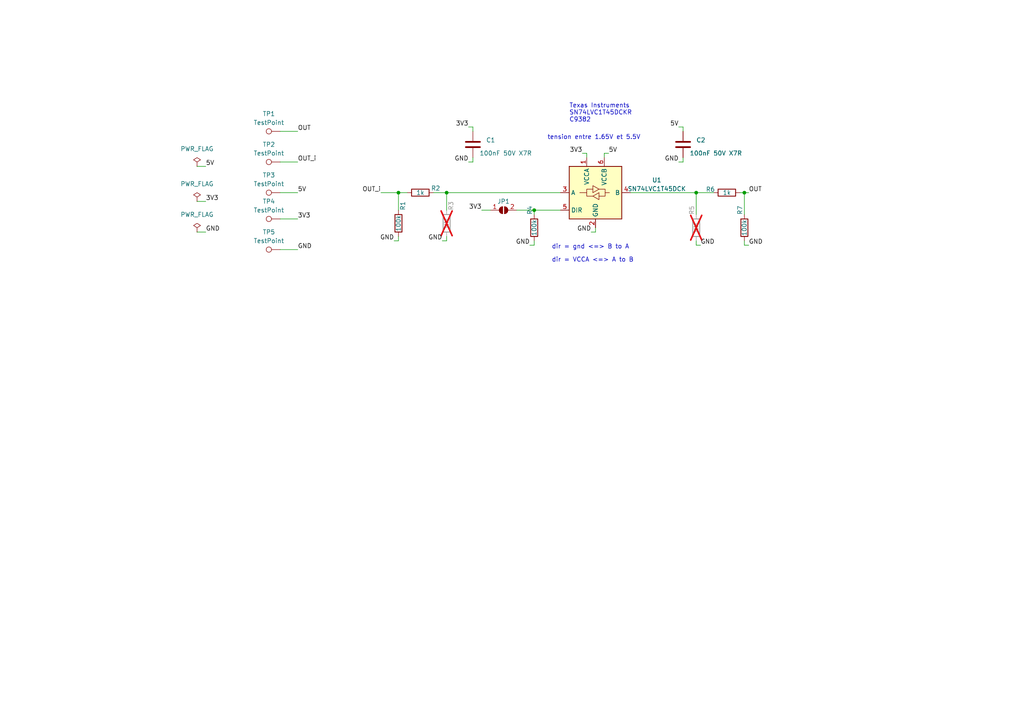
<source format=kicad_sch>
(kicad_sch (version 20231120) (generator "eeschema") (generator_version "8.0")
  (paper "A4")
  (title_block (title "BIDIR 5V") (date "2024-12-03") (rev "0"))
  (lib_symbols
    (symbol "Connector:TestPoint" (pin_numbers hide) (pin_names (offset 0.762) hide)
      (property "Reference" "TP" (at 0 6.858 0))
      (property "Value" "TestPoint" (at 0 5.08 0))
      (symbol "TestPoint_0_1"
        (circle (center 0 3.302) (radius 0.762))
      )
      (symbol "TestPoint_1_1"
        (pin passive line (at 0 0 90) (length 2.54) (name "1") (number "1"))
      )
    )
    (symbol "Device:C" (pin_numbers hide) (pin_names (offset 0.254))
      (property "Reference" "C" (at 0.635 2.54 0))
      (property "Value" "C" (at 0.635 -2.54 0))
      (symbol "C_0_1"
        (polyline (pts (xy -2.032 -0.762) (xy 2.032 -0.762)) (stroke (width 0.508)))
        (polyline (pts (xy -2.032 0.762) (xy 2.032 0.762)) (stroke (width 0.508)))
      )
      (symbol "C_1_1"
        (pin passive line (at 0 3.81 270) (length 2.794) (name "~") (number "1"))
        (pin passive line (at 0 -3.81 90) (length 2.794) (name "~") (number "2"))
      )
    )
    (symbol "Device:R" (pin_numbers hide) (pin_names (offset 0))
      (property "Reference" "R" (at 2.032 0 90))
      (property "Value" "R" (at 0 0 90))
      (symbol "R_0_1"
        (rectangle (start -1.016 -2.54) (end 1.016 2.54) (stroke (width 0.254)))
      )
      (symbol "R_1_1"
        (pin passive line (at 0 3.81 270) (length 1.27) (name "~") (number "1"))
        (pin passive line (at 0 -3.81 90) (length 1.27) (name "~") (number "2"))
      )
    )
    (symbol "Jumper:SolderJumper_2_Open" (pin_names (offset 0) hide)
      (property "Reference" "JP" (at 0 2.032 0))
      (property "Value" "SolderJumper_2_Open" (at 0 -2.54 0))
      (symbol "SolderJumper_2_Open_0_1"
        (arc (start -0.254 1.016) (mid -1.2656 0) (end -0.254 -1.016))
        (arc (start -0.254 1.016) (mid -1.2656 0) (end -0.254 -1.016) (fill (type outline)))
        (polyline (pts (xy -0.254 1.016) (xy -0.254 -1.016)))
        (polyline (pts (xy 0.254 1.016) (xy 0.254 -1.016)))
        (arc (start 0.254 -1.016) (mid 1.2656 0) (end 0.254 1.016))
        (arc (start 0.254 -1.016) (mid 1.2656 0) (end 0.254 1.016) (fill (type outline)))
      )
      (symbol "SolderJumper_2_Open_1_1"
        (pin passive line (at -3.81 0 0) (length 2.54) (name "A") (number "1"))
        (pin passive line (at 3.81 0 180) (length 2.54) (name "B") (number "2"))
      )
    )
    (symbol "Logic_LevelTranslator:SN74LVC1T45DCK"
      (property "Reference" "U" (at -6.35 8.89 0))
      (property "Value" "SN74LVC1T45DCK" (at 3.81 8.89 0))
      (symbol "SN74LVC1T45DCK_0_1"
        (rectangle (start -7.62 7.62) (end 7.62 -7.62) (stroke (width 0.254)) (fill (type background)))
        (polyline (pts (xy -2.54 0) (xy -2.54 1.016) (xy -0.762 1.016)))
        (polyline (pts (xy 2.794 0) (xy 2.794 -1.016) (xy 1.016 -1.016)))
        (polyline (pts (xy -0.762 -1.016) (xy -2.54 -1.016) (xy -2.54 0) (xy -4.572 0)))
        (polyline (pts (xy -0.762 0) (xy -0.762 2.032) (xy 1.016 1.016) (xy -0.762 0)))
        (polyline (pts (xy 1.016 1.016) (xy 2.794 1.016) (xy 2.794 0) (xy 4.064 0)))
        (polyline (pts (xy 1.016 0) (xy 1.016 -1.778) (xy 1.016 -2.032) (xy -0.762 -1.016) (xy 1.016 0)))
      )
      (symbol "SN74LVC1T45DCK_1_1"
        (pin power_in line (at -2.54 10.16 270) (length 2.54) (name "VCCA") (number "1"))
        (pin power_in line (at 0 -10.16 90) (length 2.54) (name "GND") (number "2"))
        (pin bidirectional line (at -10.16 0 0) (length 2.54) (name "A") (number "3"))
        (pin bidirectional line (at 10.16 0 180) (length 2.54) (name "B") (number "4"))
        (pin input line (at -10.16 -5.08 0) (length 2.54) (name "DIR") (number "5"))
        (pin power_in line (at 2.54 10.16 270) (length 2.54) (name "VCCB") (number "6"))
      )
    )
    (symbol "power:PWR_FLAG" (power) (pin_numbers hide) (pin_names (offset 0) hide)
      (property "Value" "PWR_FLAG" (at 0 3.81 0))
      (symbol "PWR_FLAG_0_0"
        (pin power_out line (at 0 0 90) (length 0) (name "~") (number "1"))
      )
      (symbol "PWR_FLAG_0_1"
        (polyline (pts (xy 0 0) (xy 0 1.27) (xy -1.016 1.905) (xy 0 2.54) (xy 1.016 1.905) (xy 0 1.27)))
      )
    )
  )
  (junction (at 154.94 60.96))
  (junction (at 129.54 55.88))
  (junction (at 201.93 55.88))
  (junction (at 215.9 55.88))
  (junction (at 115.57 55.88))
  (wire (pts (xy 182.88 55.88) (xy 201.93 55.88)))
  (wire (pts (xy 149.86 60.96) (xy 154.94 60.96)))
  (wire (pts (xy 215.9 55.88) (xy 217.17 55.88)))
  (wire (pts (xy 81.28 46.99) (xy 86.36 46.99)))
  (wire (pts (xy 198.12 36.83) (xy 196.85 36.83)))
  (wire (pts (xy 57.15 48.26) (xy 59.69 48.26)))
  (wire (pts (xy 129.54 69.85) (xy 129.54 68.58)))
  (wire (pts (xy 154.94 60.96) (xy 162.56 60.96)))
  (wire (pts (xy 129.54 55.88) (xy 129.54 60.96)))
  (wire (pts (xy 215.9 62.23) (xy 215.9 55.88)))
  (wire (pts (xy 137.16 38.1) (xy 137.16 36.83)))
  (wire (pts (xy 154.94 60.96) (xy 154.94 62.23)))
  (wire (pts (xy 110.49 55.88) (xy 115.57 55.88)))
  (wire (pts (xy 128.27 69.85) (xy 129.54 69.85)))
  (wire (pts (xy 81.28 38.1) (xy 86.36 38.1)))
  (wire (pts (xy 201.93 71.12) (xy 201.93 69.85)))
  (wire (pts (xy 217.17 71.12) (xy 215.9 71.12)))
  (wire (pts (xy 115.57 55.88) (xy 118.11 55.88)))
  (wire (pts (xy 153.67 71.12) (xy 154.94 71.12)))
  (wire (pts (xy 137.16 36.83) (xy 135.89 36.83)))
  (wire (pts (xy 129.54 55.88) (xy 162.56 55.88)))
  (wire (pts (xy 176.53 44.45) (xy 175.26 44.45)))
  (wire (pts (xy 57.15 67.31) (xy 59.69 67.31)))
  (wire (pts (xy 114.3 69.85) (xy 115.57 69.85)))
  (wire (pts (xy 137.16 46.99) (xy 137.16 45.72)))
  (wire (pts (xy 171.45 67.31) (xy 172.72 67.31)))
  (wire (pts (xy 81.28 63.5) (xy 86.36 63.5)))
  (wire (pts (xy 81.28 72.39) (xy 86.36 72.39)))
  (wire (pts (xy 175.26 44.45) (xy 175.26 45.72)))
  (wire (pts (xy 196.85 46.99) (xy 198.12 46.99)))
  (wire (pts (xy 203.2 71.12) (xy 201.93 71.12)))
  (wire (pts (xy 170.18 44.45) (xy 170.18 45.72)))
  (wire (pts (xy 115.57 60.96) (xy 115.57 55.88)))
  (wire (pts (xy 201.93 55.88) (xy 207.01 55.88)))
  (wire (pts (xy 198.12 46.99) (xy 198.12 45.72)))
  (wire (pts (xy 125.73 55.88) (xy 129.54 55.88)))
  (wire (pts (xy 154.94 71.12) (xy 154.94 69.85)))
  (wire (pts (xy 135.89 46.99) (xy 137.16 46.99)))
  (wire (pts (xy 115.57 69.85) (xy 115.57 68.58)))
  (wire (pts (xy 214.63 55.88) (xy 215.9 55.88)))
  (wire (pts (xy 198.12 38.1) (xy 198.12 36.83)))
  (wire (pts (xy 81.28 55.88) (xy 86.36 55.88)))
  (wire (pts (xy 172.72 67.31) (xy 172.72 66.04)))
  (wire (pts (xy 139.7 60.96) (xy 142.24 60.96)))
  (wire (pts (xy 215.9 71.12) (xy 215.9 69.85)))
  (wire (pts (xy 168.91 44.45) (xy 170.18 44.45)))
  (wire (pts (xy 57.15 58.42) (xy 59.69 58.42)))
  (wire (pts (xy 201.93 62.23) (xy 201.93 55.88)))
  (text "Texas Instruments\nSN74LVC1T45DCKR\nC9382 \n" (at 165.1 35.56 0) (effects (font (size 1.27 1.27)) (justify left bottom)))
  (text "tension entre 1.65V et 5.5V\n" (at 158.75 40.64 0) (effects (font (size 1.27 1.27)) (justify left bottom)))
  (text "dir = VCCA <=> A to B" (at 160.02 76.2 0) (effects (font (size 1.27 1.27)) (justify left bottom)))
  (text "dir = gnd <=> B to A" (at 160.02 72.39 0) (effects (font (size 1.27 1.27)) (justify left bottom)))
  (label "OUT" (at 86.36 38.1 0))
  (label "5V" (at 176.53 44.45 0))
  (label "GND" (at 128.27 69.85 180))
  (label "5V" (at 59.69 48.26 0))
  (label "3V3" (at 86.36 63.5 0))
  (label "GND" (at 217.17 71.12 0))
  (label "GND" (at 135.89 46.99 180))
  (label "3V3" (at 135.89 36.83 180))
  (label "GND" (at 59.69 67.31 0))
  (label "3V3" (at 168.91 44.45 180))
  (label "GND" (at 196.85 46.99 180))
  (label "OUT_i" (at 110.49 55.88 180))
  (label "GND" (at 171.45 67.31 180))
  (label "OUT" (at 217.17 55.88 0))
  (label "GND" (at 203.2 71.12 0))
  (label "GND" (at 153.67 71.12 180))
  (label "3V3" (at 59.69 58.42 0))
  (label "3V3" (at 139.7 60.96 180))
  (label "GND" (at 114.3 69.85 180))
  (label "GND" (at 86.36 72.39 0))
  (label "OUT_i" (at 86.36 46.99 0))
  (label "5V" (at 86.36 55.88 0))
  (label "5V" (at 196.85 36.83 180))
  (symbol (lib_id "Device:R") (at 129.54 64.77 0) (unit 1) (in_bom no) (dnp yes)
    (property "Reference" "R3" (at 130.81 59.69 90))
    (property "Value" "NM" (at 129.54 64.77 90))
    (property "Footprint" "Resistor_SMD:R_0603_1608Metric" (effects (hide yes)))
  )
  (symbol (lib_id "power:PWR_FLAG") (at 57.15 48.26 0) (unit 1)
    (property "Reference" "#FLG01" (effects (hide yes)))
    (property "Value" "PWR_FLAG" (at 57.15 43.18 0))
    (property "Description" "Special symbol for telling ERC where power comes from" (effects (hide yes)))
  )
  (symbol (lib_id "Device:R") (at 115.57 64.77 0) (unit 1)
    (property "Reference" "R1" (at 116.84 59.69 90))
    (property "Value" "100k" (at 115.57 64.77 90))
    (property "Footprint" "Resistor_SMD:R_0603_1608Metric" (effects (hide yes)))
    (property "LCSC" "C25803" (effects (hide yes)))
  )
  (symbol (lib_id "Connector:TestPoint") (at 81.28 38.1 90) (unit 1) (in_bom no)
    (property "Reference" "TP1" (at 77.978 33.02 90))
    (property "Value" "TestPoint" (at 77.978 35.56 90))
    (property "Footprint" "Chimere_comps:Pastille" (effects (hide yes)))
  )
  (symbol (lib_id "Jumper:SolderJumper_2_Open") (at 146.05 60.96 0) (unit 1) (in_bom no)
    (property "Reference" "JP1" (at 146.05 58.42 0))
    (property "Value" "SolderJumper_2_Open" (effects (hide yes)))
    (property "Footprint" "Jumper:SolderJumper-2_P1.3mm_Open_TrianglePad1.0x1.5mm" (effects (hide yes)))
  )
  (symbol (lib_id "Logic_LevelTranslator:SN74LVC1T45DCK") (at 172.72 55.88 0) (unit 1)
    (property "Reference" "U1" (at 190.5 52.2321 0))
    (property "Value" "SN74LVC1T45DCK" (at 190.5 54.7721 0))
    (property "Footprint" "Package_TO_SOT_SMD:SOT-363_SC-70-6" (effects (hide yes)))
    (property "Datasheet" "http://www.ti.com/lit/ds/symlink/sn74lvc1t45.pdf" (effects (hide yes)))
    (property "LCSC" "C9382" (effects (hide yes)))
  )
  (symbol (lib_id "power:PWR_FLAG") (at 57.15 58.42 0) (unit 1)
    (property "Reference" "#FLG02" (effects (hide yes)))
    (property "Value" "PWR_FLAG" (at 57.15 53.34 0))
    (property "Description" "Special symbol for telling ERC where power comes from" (effects (hide yes)))
  )
  (symbol (lib_id "Connector:TestPoint") (at 81.28 46.99 90) (unit 1) (in_bom no)
    (property "Reference" "TP2" (at 77.978 41.91 90))
    (property "Value" "TestPoint" (at 77.978 44.45 90))
    (property "Footprint" "Chimere_comps:Pastille" (effects (hide yes)))
  )
  (symbol (lib_id "power:PWR_FLAG") (at 57.15 67.31 0) (unit 1)
    (property "Reference" "#FLG03" (effects (hide yes)))
    (property "Value" "PWR_FLAG" (at 57.15 62.23 0))
    (property "Description" "Special symbol for telling ERC where power comes from" (effects (hide yes)))
  )
  (symbol (lib_id "Device:R") (at 154.94 66.04 0) (mirror y) (unit 1)
    (property "Reference" "R4" (at 153.67 60.96 90))
    (property "Value" "100k" (at 154.94 66.04 90))
    (property "Footprint" "Resistor_SMD:R_0603_1608Metric" (effects (hide yes)))
    (property "LCSC" "C25803" (effects (hide yes)))
  )
  (symbol (lib_id "Connector:TestPoint") (at 81.28 55.88 90) (unit 1) (in_bom no)
    (property "Reference" "TP3" (at 77.978 50.8 90))
    (property "Value" "TestPoint" (at 77.978 53.34 90))
    (property "Footprint" "Chimere_comps:Pastille" (effects (hide yes)))
  )
  (symbol (lib_id "Device:R") (at 121.92 55.88 90) (unit 1)
    (property "Reference" "R2" (at 126.365 54.61 90))
    (property "Value" "1k" (at 121.92 55.88 90))
    (property "Footprint" "Resistor_SMD:R_0603_1608Metric" (effects (hide yes)))
    (property "LCSC" "C21190" (effects (hide yes)))
  )
  (symbol (lib_id "Device:R") (at 201.93 66.04 0) (mirror y) (unit 1) (in_bom no) (dnp yes)
    (property "Reference" "R5" (at 200.66 60.96 90))
    (property "Value" "NM" (at 201.93 66.04 90))
    (property "Footprint" "Resistor_SMD:R_0603_1608Metric" (effects (hide yes)))
  )
  (symbol (lib_id "Connector:TestPoint") (at 81.28 72.39 90) (unit 1) (in_bom no)
    (property "Reference" "TP5" (at 77.978 67.31 90))
    (property "Value" "TestPoint" (at 77.978 69.85 90))
    (property "Footprint" "Chimere_comps:Pastille" (effects (hide yes)))
  )
  (symbol (lib_id "Device:R") (at 210.82 55.88 90) (mirror x) (unit 1)
    (property "Reference" "R6" (at 206.0575 54.9275 90))
    (property "Value" "1k" (at 210.82 55.88 90))
    (property "Footprint" "Resistor_SMD:R_0603_1608Metric" (effects (hide yes)))
    (property "LCSC" "C21190" (effects (hide yes)))
  )
  (symbol (lib_id "Device:C") (at 137.16 41.91 0) (unit 1)
    (property "Reference" "C1" (at 140.97 40.6399 0) (effects (justify left)))
    (property "Value" "100nF 50V X7R" (at 139.065 44.45 0) (effects (justify left)))
    (property "Footprint" "Capacitor_SMD:C_0603_1608Metric" (effects (hide yes)))
    (property "LCSC" "C14663" (effects (hide yes)))
  )
  (symbol (lib_id "Device:C") (at 198.12 41.91 0) (unit 1)
    (property "Reference" "C2" (at 201.93 40.6399 0) (effects (justify left)))
    (property "Value" "100nF 50V X7R" (at 200.025 44.45 0) (effects (justify left)))
    (property "Footprint" "Capacitor_SMD:C_0603_1608Metric" (effects (hide yes)))
    (property "LCSC" "C14663" (effects (hide yes)))
  )
  (symbol (lib_id "Connector:TestPoint") (at 81.28 63.5 90) (unit 1) (in_bom no)
    (property "Reference" "TP4" (at 77.978 58.42 90))
    (property "Value" "TestPoint" (at 77.978 60.96 90))
    (property "Footprint" "Chimere_comps:Pastille" (effects (hide yes)))
  )
  (symbol (lib_id "Device:R") (at 215.9 66.04 0) (mirror y) (unit 1)
    (property "Reference" "R7" (at 214.63 60.96 90))
    (property "Value" "100k" (at 215.9 66.04 90))
    (property "Footprint" "Resistor_SMD:R_0603_1608Metric" (effects (hide yes)))
    (property "LCSC" "C25803" (effects (hide yes)))
  )
)
</source>
